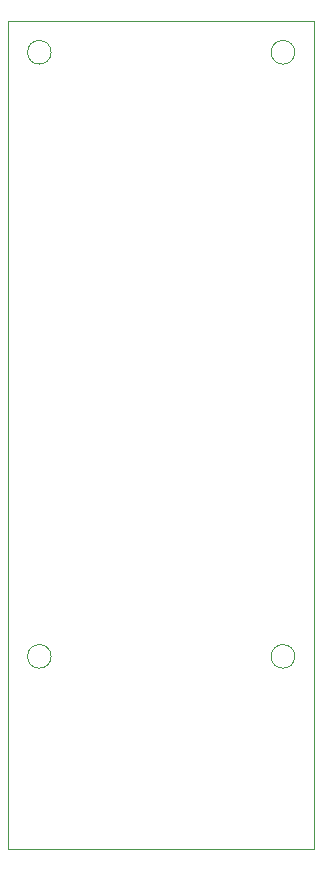
<source format=gbr>
%TF.GenerationSoftware,KiCad,Pcbnew,8.0.2*%
%TF.CreationDate,2024-05-20T21:07:15-07:00*%
%TF.ProjectId,snifferlyzer,736e6966-6665-4726-9c79-7a65722e6b69,rev?*%
%TF.SameCoordinates,Original*%
%TF.FileFunction,Profile,NP*%
%FSLAX46Y46*%
G04 Gerber Fmt 4.6, Leading zero omitted, Abs format (unit mm)*
G04 Created by KiCad (PCBNEW 8.0.2) date 2024-05-20 21:07:15*
%MOMM*%
%LPD*%
G01*
G04 APERTURE LIST*
%TA.AperFunction,Profile*%
%ADD10C,0.050000*%
%TD*%
G04 APERTURE END LIST*
D10*
X212853000Y-91524600D02*
G75*
G02*
X210853000Y-91524600I-1000000J0D01*
G01*
X210853000Y-91524600D02*
G75*
G02*
X212853000Y-91524600I1000000J0D01*
G01*
X192219600Y-142671800D02*
G75*
G02*
X190219600Y-142671800I-1000000J0D01*
G01*
X190219600Y-142671800D02*
G75*
G02*
X192219600Y-142671800I1000000J0D01*
G01*
X192219600Y-91524600D02*
G75*
G02*
X190219600Y-91524600I-1000000J0D01*
G01*
X190219600Y-91524600D02*
G75*
G02*
X192219600Y-91524600I1000000J0D01*
G01*
X188569600Y-88874600D02*
X214503000Y-88874600D01*
X214503000Y-158978600D01*
X188569600Y-158978600D01*
X188569600Y-88874600D01*
X212853000Y-142671800D02*
G75*
G02*
X210853000Y-142671800I-1000000J0D01*
G01*
X210853000Y-142671800D02*
G75*
G02*
X212853000Y-142671800I1000000J0D01*
G01*
M02*

</source>
